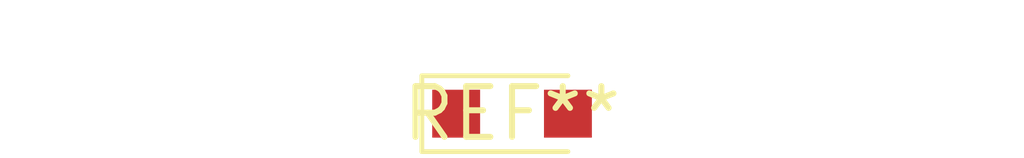
<source format=kicad_pcb>
(kicad_pcb (version 20240108) (generator pcbnew)
  (layers (0 "F.Cu" signal) (31 "B.Cu" signal) (34 "B.Paste" user) (35 "F.Paste" user) (36 "B.SilkS" user "B.Silkscreen") (37 "F.SilkS" user "F.Silkscreen") (38 "B.Mask" user) (39 "F.Mask" user) (44 "Edge.Cuts" user))
  (net 0 "")
  (footprint "Nexperia_CFP3_SOD-123W" (layer "F.Cu") (at 0 0)
    (property "Reference" "REF**")
    (property "Value" "Nexperia_CFP3_SOD-123W")
    (fp_line (start -2.26 -0.95) (end -2.26 0.95) (layer "F.SilkS") (stroke (width 0.12)))
    (fp_line (start -2.26 -0.95) (end 1.4 -0.95) (layer "F.SilkS") (stroke (width 0.12)))
    (fp_line (start -2.26 0.95) (end 1.4 0.95) (layer "F.SilkS") (stroke (width 0.12)))
    (pad "1" smd rect (at -1.4 0) (size 1.2 1.2) (layers "F.Cu" "F.Paste" "F.Mask"))
    (pad "2" smd rect (at 1.4 0) (size 1.2 1.2) (layers "F.Cu" "F.Paste" "F.Mask"))
  )
)
</source>
